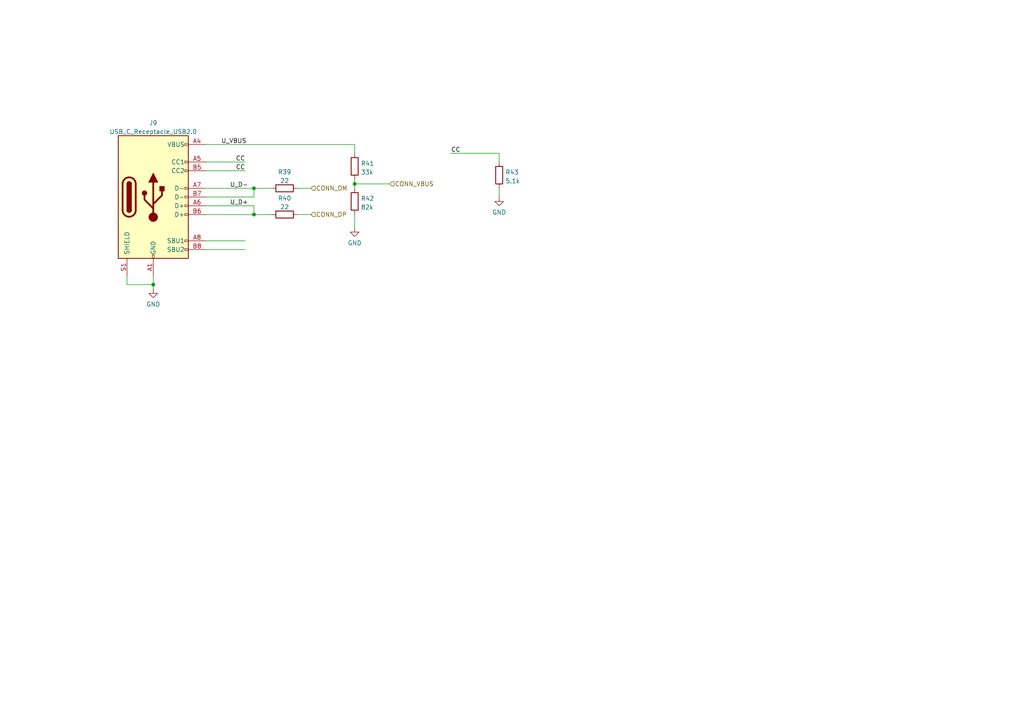
<source format=kicad_sch>
(kicad_sch (version 20211123) (generator eeschema)
  (paper "A4")
  (lib_symbols
    (symbol "Connector:USB_C_Receptacle_USB2.0" (pin_names (offset 1.016))
      (property "Reference" "J" (at -10.16 19.05 0))
      (property "Value" "USB_C_Receptacle_USB2.0" (at 19.05 19.05 0))
      (symbol "USB_C_Receptacle_USB2.0_0_0"
        (rectangle (start -0.254 -17.78) (end 0.254 -16.764))
        (rectangle (start 10.16 -14.986) (end 9.144 -15.494))
        (rectangle (start 10.16 -12.446) (end 9.144 -12.954))
        (rectangle (start 10.16 -4.826) (end 9.144 -5.334))
        (rectangle (start 10.16 -2.286) (end 9.144 -2.794))
        (rectangle (start 10.16 0.254) (end 9.144 -0.254))
        (rectangle (start 10.16 2.794) (end 9.144 2.286))
        (rectangle (start 10.16 7.874) (end 9.144 7.366))
        (rectangle (start 10.16 10.414) (end 9.144 9.906))
        (rectangle (start 10.16 15.494) (end 9.144 14.986))
      )
      (symbol "USB_C_Receptacle_USB2.0_0_1"
        (rectangle (start -10.16 17.78) (end 10.16 -17.78) (stroke (width 0.254)) (fill (type background)))
        (arc (start -8.89 -3.81) (mid -6.985 -5.715) (end -5.08 -3.81) (stroke (width 0.508)))
        (arc (start -7.62 -3.81) (mid -6.985 -4.445) (end -6.35 -3.81) (stroke (width 0.254)))
        (arc (start -7.62 -3.81) (mid -6.985 -4.445) (end -6.35 -3.81) (stroke (width 0.254)) (fill (type outline)))
        (rectangle (start -7.62 -3.81) (end -6.35 3.81) (stroke (width 0.254)) (fill (type outline)))
        (arc (start -6.35 3.81) (mid -6.985 4.445) (end -7.62 3.81) (stroke (width 0.254)))
        (arc (start -6.35 3.81) (mid -6.985 4.445) (end -7.62 3.81) (stroke (width 0.254)) (fill (type outline)))
        (arc (start -5.08 3.81) (mid -6.985 5.715) (end -8.89 3.81) (stroke (width 0.508)))
        (circle (center -2.54 1.143) (radius 0.635) (stroke (width 0.254)) (fill (type outline)))
        (circle (center 0 -5.842) (radius 1.27) (fill (type outline)))
        (polyline (pts (xy -8.89 -3.81) (xy -8.89 3.81)) (stroke (width 0.508)))
        (polyline (pts (xy -5.08 3.81) (xy -5.08 -3.81)) (stroke (width 0.508)))
        (polyline (pts (xy 0 -5.842) (xy 0 4.318)) (stroke (width 0.508)))
        (polyline (pts (xy 0 -3.302) (xy -2.54 -0.762) (xy -2.54 0.508)) (stroke (width 0.508)))
        (polyline (pts (xy 0 -2.032) (xy 2.54 0.508) (xy 2.54 1.778)) (stroke (width 0.508)))
        (polyline (pts (xy -1.27 4.318) (xy 0 6.858) (xy 1.27 4.318) (xy -1.27 4.318)) (stroke (width 0.254)) (fill (type outline)))
        (rectangle (start 1.905 1.778) (end 3.175 3.048) (stroke (width 0.254)) (fill (type outline)))
      )
      (symbol "USB_C_Receptacle_USB2.0_1_1"
        (pin passive line (at 0 -22.86 90) (length 5.08) (name "GND") (number "A1"))
        (pin passive line (at 0 -22.86 90) (length 5.08) hide (name "GND") (number "A12"))
        (pin passive line (at 15.24 15.24 180) (length 5.08) (name "VBUS") (number "A4"))
        (pin bidirectional line (at 15.24 10.16 180) (length 5.08) (name "CC1") (number "A5"))
        (pin bidirectional line (at 15.24 -2.54 180) (length 5.08) (name "D+") (number "A6"))
        (pin bidirectional line (at 15.24 2.54 180) (length 5.08) (name "D-") (number "A7"))
        (pin bidirectional line (at 15.24 -12.7 180) (length 5.08) (name "SBU1") (number "A8"))
        (pin passive line (at 15.24 15.24 180) (length 5.08) hide (name "VBUS") (number "A9"))
        (pin passive line (at 0 -22.86 90) (length 5.08) hide (name "GND") (number "B1"))
        (pin passive line (at 0 -22.86 90) (length 5.08) hide (name "GND") (number "B12"))
        (pin passive line (at 15.24 15.24 180) (length 5.08) hide (name "VBUS") (number "B4"))
        (pin bidirectional line (at 15.24 7.62 180) (length 5.08) (name "CC2") (number "B5"))
        (pin bidirectional line (at 15.24 -5.08 180) (length 5.08) (name "D+") (number "B6"))
        (pin bidirectional line (at 15.24 0 180) (length 5.08) (name "D-") (number "B7"))
        (pin bidirectional line (at 15.24 -15.24 180) (length 5.08) (name "SBU2") (number "B8"))
        (pin passive line (at 15.24 15.24 180) (length 5.08) hide (name "VBUS") (number "B9"))
        (pin passive line (at -7.62 -22.86 90) (length 5.08) (name "SHIELD") (number "S1"))
      )
    )
    (symbol "Device:R" (pin_numbers hide) (pin_names (offset 0))
      (property "Reference" "R" (at 2.032 0 90))
      (property "Value" "R" (at 0 0 90))
      (symbol "R_0_1"
        (rectangle (start -1.016 -2.54) (end 1.016 2.54) (stroke (width 0.254)))
      )
      (symbol "R_1_1"
        (pin passive line (at 0 3.81 270) (length 1.27) (name "~") (number "1"))
        (pin passive line (at 0 -3.81 90) (length 1.27) (name "~") (number "2"))
      )
    )
    (symbol "power:GND" (power) (pin_names (offset 0))
      (property "Value" "GND" (at 0 -3.81 0))
      (symbol "GND_0_1"
        (polyline (pts (xy 0 0) (xy 0 -1.27) (xy 1.27 -1.27) (xy 0 -2.54) (xy -1.27 -1.27) (xy 0 -1.27)))
      )
      (symbol "GND_1_1"
        (pin power_in line (at 0 0 270) (length 0) hide (name "GND") (number "1"))
      )
    )
  )
  (junction (at 73.66 62.23))
  (junction (at 44.45 82.55))
  (junction (at 73.66 54.61))
  (junction (at 102.87 53.34))
  (wire (pts (xy 102.87 53.34) (xy 113.03 53.34)))
  (wire (pts (xy 59.69 62.23) (xy 73.66 62.23)))
  (wire (pts (xy 59.69 46.99) (xy 71.12 46.99)))
  (wire (pts (xy 44.45 82.55) (xy 44.45 83.82)))
  (wire (pts (xy 86.36 62.23) (xy 90.17 62.23)))
  (wire (pts (xy 86.36 54.61) (xy 90.17 54.61)))
  (wire (pts (xy 102.87 62.23) (xy 102.87 66.04)))
  (wire (pts (xy 36.83 82.55) (xy 44.45 82.55)))
  (wire (pts (xy 73.66 57.15) (xy 73.66 54.61)))
  (wire (pts (xy 59.69 72.39) (xy 71.12 72.39)))
  (wire (pts (xy 102.87 52.07) (xy 102.87 53.34)))
  (wire (pts (xy 36.83 80.01) (xy 36.83 82.55)))
  (wire (pts (xy 102.87 41.91) (xy 102.87 44.45)))
  (wire (pts (xy 102.87 53.34) (xy 102.87 54.61)))
  (wire (pts (xy 59.69 54.61) (xy 73.66 54.61)))
  (wire (pts (xy 144.78 54.61) (xy 144.78 57.15)))
  (wire (pts (xy 59.69 59.69) (xy 73.66 59.69)))
  (wire (pts (xy 59.69 69.85) (xy 71.12 69.85)))
  (wire (pts (xy 73.66 59.69) (xy 73.66 62.23)))
  (wire (pts (xy 59.69 41.91) (xy 102.87 41.91)))
  (wire (pts (xy 59.69 49.53) (xy 71.12 49.53)))
  (wire (pts (xy 44.45 80.01) (xy 44.45 82.55)))
  (wire (pts (xy 130.81 44.45) (xy 144.78 44.45)))
  (wire (pts (xy 144.78 44.45) (xy 144.78 46.99)))
  (wire (pts (xy 73.66 54.61) (xy 78.74 54.61)))
  (wire (pts (xy 59.69 57.15) (xy 73.66 57.15)))
  (wire (pts (xy 73.66 62.23) (xy 78.74 62.23)))
  (label "U_VBUS" (at 64.135 41.91 0))
  (label "CC" (at 71.12 46.99 180))
  (label "U_D-" (at 66.675 54.61 0))
  (label "U_D+" (at 66.675 59.69 0))
  (label "CC" (at 130.81 44.45 0))
  (label "CC" (at 71.12 49.53 180))
  (hierarchical_label "CONN_DP" (shape input) (at 90.17 62.23 0))
  (hierarchical_label "CONN_DM" (shape input) (at 90.17 54.61 0))
  (hierarchical_label "CONN_VBUS" (shape input) (at 113.03 53.34 0))
  (symbol (lib_id "Connector:USB_C_Receptacle_USB2.0") (at 44.45 57.15 0) (unit 1)
    (property "Reference" "J9" (at 44.45 35.6702 0))
    (property "Value" "USB_C_Receptacle_USB2.0" (at 44.45 38.2071 0))
    (property "Footprint" "Connector_USB:USB_C_Receptacle_Palconn_UTC16-G" (effects hide))
    (property "Datasheet" "https://datasheet.lcsc.com/lcsc/2204151015_HCTL-HC-TYPE-C-16P-01A-O_C2997434.pdf" (effects hide))
    (property "JLCPCB" "C2997434" (effects hide))
  )
  (symbol (lib_id "power:GND") (at 44.45 83.82 0) (unit 1)
    (property "Reference" "#PWR093" (effects hide))
    (property "Value" "GND" (at 44.45 88.2634 0))
  )
  (symbol (lib_id "Device:R") (at 102.87 58.42 0) (unit 1)
    (property "Reference" "R42" (at 104.648 57.5853 0) (effects (justify left)))
    (property "Value" "82k" (at 104.648 60.1222 0) (effects (justify left)))
    (property "Footprint" "Resistor_SMD:R_0603_1608Metric" (effects hide))
    (property "JLCPCB" "C103831" (effects hide))
  )
  (symbol (lib_id "Device:R") (at 144.78 50.8 0) (unit 1)
    (property "Reference" "R43" (at 146.558 49.9653 0) (effects (justify left)))
    (property "Value" "5.1k" (at 146.558 52.5022 0) (effects (justify left)))
    (property "Footprint" "Resistor_SMD:R_0603_1608Metric" (effects hide))
    (property "JLCPCB" "C23186" (effects hide))
  )
  (symbol (lib_id "power:GND") (at 102.87 66.04 0) (unit 1)
    (property "Reference" "#PWR094" (effects hide))
    (property "Value" "GND" (at 102.87 70.4834 0))
  )
  (symbol (lib_id "Device:R") (at 102.87 48.26 0) (unit 1)
    (property "Reference" "R41" (at 104.648 47.4253 0) (effects (justify left)))
    (property "Value" "33k" (at 104.648 49.9622 0) (effects (justify left)))
    (property "Footprint" "Resistor_SMD:R_0603_1608Metric" (effects hide))
    (property "JLCPCB" "C138282" (effects hide))
  )
  (symbol (lib_id "power:GND") (at 144.78 57.15 0) (unit 1)
    (property "Reference" "#PWR095" (effects hide))
    (property "Value" "GND" (at 144.78 61.5934 0))
  )
  (symbol (lib_id "Device:R") (at 82.55 54.61 90) (unit 1)
    (property "Reference" "R39" (at 82.55 49.8942 90))
    (property "Value" "22" (at 82.55 52.4311 90))
    (property "Footprint" "Resistor_SMD:R_0603_1608Metric" (effects hide))
    (property "JLCPCB" " C96423" (effects hide))
  )
  (symbol (lib_id "Device:R") (at 82.55 62.23 90) (unit 1)
    (property "Reference" "R40" (at 82.55 57.5142 90))
    (property "Value" "22" (at 82.55 60.0511 90))
    (property "Footprint" "Resistor_SMD:R_0603_1608Metric" (effects hide))
    (property "JLCPCB" " C96423" (effects hide))
  )
)
</source>
